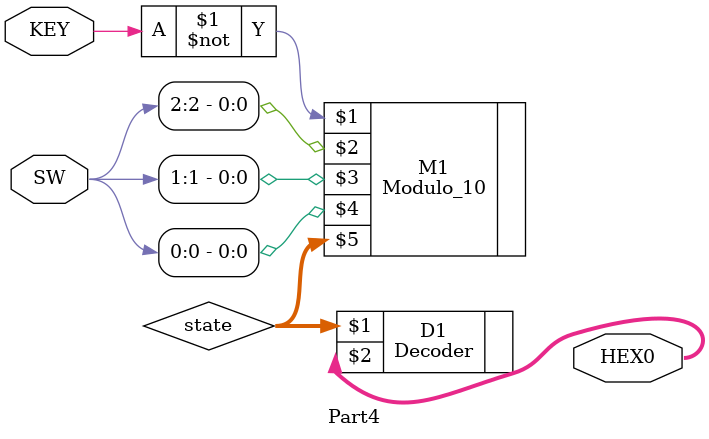
<source format=v>

module Part4( SW, KEY, HEX0 );
	input [2:0]SW;		//inputs w1w0 and synchronous reset
	input [0:0]KEY;	//Clock
	output [6:0]HEX0;	//Hex display
	wire [3:0]state;	//state variable
	
	Modulo_10 M1 ( ~KEY[0], SW[2], SW[1], SW[0], state );	//instantiate instance of Modulo_10 counter
	
	Decoder D1 ( state, HEX0 );	//send value to decoder to display on HEX[0]

endmodule
</source>
